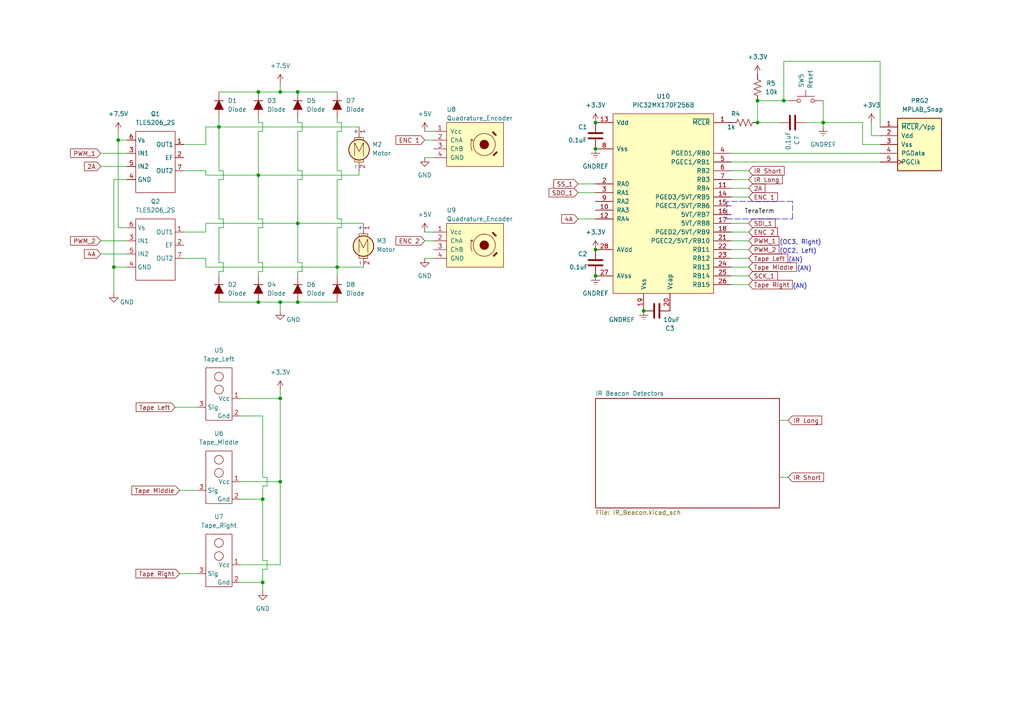
<source format=kicad_sch>
(kicad_sch (version 20211123) (generator eeschema)
  (paper "A4")
  (lib_symbols
    (symbol "218 spdl:Diode" (pin_numbers hide) (pin_names (offset 1.016) hide)
      (property "Reference" "D" (at 0 2.54 0))
      (property "Value" "Diode" (at 0 -2.54 0))
      (symbol "Diode_0_1"
        (polyline (pts (xy -1.27 1.27) (xy -1.27 -1.27)) (stroke (width 0.2032)))
        (polyline (pts (xy 1.27 0) (xy -1.27 0)))
        (polyline (pts (xy 1.27 1.27) (xy 1.27 -1.27) (xy -1.27 0) (xy 1.27 1.27)) (stroke (width 0.2032)) (fill (type outline)))
      )
      (symbol "Diode_1_1"
        (pin passive line (at -3.81 0 0) (length 2.54) (name "K") (number "1"))
        (pin passive line (at 3.81 0 180) (length 2.54) (name "A") (number "2"))
      )
    )
    (symbol "218 spdl:Motor" (pin_names (offset 0))
      (property "Reference" "M" (at 2.54 2.54 0))
      (property "Value" "Motor" (at 2.54 -5.08 0))
      (symbol "Motor_0_0"
        (circle (center 0 -1.524) (radius 2.9718) (stroke (width 0.254)) (fill (type background)))
        (polyline (pts (xy -1.27 -4.318) (xy -1.27 -5.08) (xy 1.27 -5.08) (xy 1.27 -4.318)) (fill (type background)))
        (polyline (pts (xy -1.27 1.27) (xy -1.27 2.032) (xy 1.27 2.032) (xy 1.27 1.27)) (fill (type background)))
        (polyline (pts (xy -1.27 -3.302) (xy -1.27 0.508) (xy 0 -2.032) (xy 1.27 0.508) (xy 1.27 -3.302)))
      )
      (symbol "Motor_0_1"
        (polyline (pts (xy 0 2.032) (xy 0 2.54)))
      )
      (symbol "Motor_1_1"
        (pin passive line (at 0 5.08 270) (length 2.54) (name "+") (number "1"))
        (pin passive line (at 0 -7.62 90) (length 2.54) (name "-") (number "2"))
      )
    )
    (symbol "218 spdl:Quadrature_Encoder" (pin_names (offset 1.016))
      (property "Reference" "U" (at 0 20.32 0))
      (property "Value" "Quadrature_Encoder" (at 2.54 17.78 0))
      (symbol "Quadrature_Encoder_0_1"
        (rectangle (start -3.81 6.35) (end 12.7 -6.35) (fill (type background)))
        (polyline (pts (xy 3.556 1.524) (xy 3.048 1.27)))
        (polyline (pts (xy 3.556 1.524) (xy 3.81 1.016)))
        (polyline (pts (xy 9.398 3.556) (xy 10.414 2.54) (xy 10.668 2.794) (xy 9.652 3.81) (xy 9.398 3.556)) (fill (type outline)))
        (polyline (pts (xy 9.652 -3.048) (xy 10.668 -2.032) (xy 10.922 -2.286) (xy 9.906 -3.302) (xy 9.652 -3.048)) (fill (type outline)))
        (arc (start 3.556 1.524) (mid 3.2334 -0.127) (end 3.556 -1.778))
        (circle (center 7.112 0) (radius 1.27) (fill (type outline)))
        (circle (center 7.112 0) (radius 3.2004))
        (rectangle (start 12.7 0) (end 12.7 0))
      )
      (symbol "Quadrature_Encoder_1_1"
        (pin power_in line (at -7.62 3.81 0) (length 3.81) (name "Vcc") (number "1"))
        (pin output line (at -7.62 1.27 0) (length 3.81) (name "ChA") (number "2"))
        (pin output line (at -7.62 -1.27 0) (length 3.81) (name "ChB") (number "3"))
        (pin power_in line (at -7.62 -3.81 0) (length 3.81) (name "GND") (number "4"))
      )
    )
    (symbol "Custom_Library:Reflectance_Sensor"
      (property "Reference" "U" (at 0 0 0))
      (property "Value" "Reflectance_Sensor" (at 0 2.54 0))
      (symbol "Reflectance_Sensor_0_1"
        (rectangle (start -3.81 -2.54) (end 3.81 -17.78))
        (circle (center 0 -8.89) (radius 1.27))
        (circle (center 0 -5.08) (radius 1.27))
      )
      (symbol "Reflectance_Sensor_1_1"
        (pin input line (at 6.35 -11.43 180) (length 2.54) (name "Vcc") (number "1"))
        (pin input line (at 6.35 -16.51 180) (length 2.54) (name "Gnd") (number "2"))
        (pin output line (at -6.35 -13.97 0) (length 2.54) (name "Sig") (number "3"))
      )
    )
    (symbol "ME218_BaseLib:Cap" (pin_numbers hide) (pin_names (offset 0.254))
      (property "Reference" "C" (at 0.635 2.54 0))
      (property "Value" "Cap" (at 0.635 -2.54 0))
      (symbol "Cap_0_1"
        (polyline (pts (xy -2.032 -0.762) (xy 2.032 -0.762)) (stroke (width 0.508)))
        (polyline (pts (xy -2.032 0.762) (xy 2.032 0.762)) (stroke (width 0.508)))
      )
      (symbol "Cap_1_1"
        (pin passive line (at 0 3.81 270) (length 2.794) (name "~") (number "1"))
        (pin passive line (at 0 -3.81 90) (length 2.794) (name "~") (number "2"))
      )
    )
    (symbol "ME218_BaseLib:MPLAB_Snap" (pin_names (offset 1.016))
      (property "Reference" "PRG" (at 0 8.89 0))
      (property "Value" "MPLAB_Snap" (at 8.89 1.27 90))
      (symbol "MPLAB_Snap_0_1"
        (rectangle (start -6.35 7.62) (end 6.35 -7.62) (stroke (width 0.254)) (fill (type background)))
      )
      (symbol "MPLAB_Snap_1_1"
        (pin output line (at -11.43 5.08 0) (length 5.08) (name "~{MCLR}/Vpp") (number "1"))
        (pin input line (at -11.43 2.54 0) (length 5.08) (name "Vdd") (number "2"))
        (pin input line (at -11.43 0 0) (length 5.08) (name "Vss") (number "3"))
        (pin bidirectional line (at -11.43 -2.54 0) (length 5.08) (name "PGData") (number "4"))
        (pin output clock (at -11.43 -5.08 0) (length 5.08) (name "PGClk") (number "5"))
        (pin no_connect line (at -2.54 -11.43 0) (length 5.08) hide (name "NC") (number "6"))
        (pin no_connect line (at -2.54 -13.97 0) (length 5.08) hide (name "NC") (number "7"))
        (pin no_connect line (at -2.54 -16.51 0) (length 5.08) hide (name "NC") (number "8"))
      )
    )
    (symbol "ME218_BaseLib:PIC32MX170F256B" (pin_names (offset 1.016))
      (property "Reference" "U" (at -20.32 25.4 0))
      (property "Value" "PIC32MX170F256B" (at -7.62 25.4 0))
      (symbol "PIC32MX170F256B_0_1"
        (rectangle (start -21.59 24.13) (end 7.62 -27.94) (fill (type background)))
      )
      (symbol "PIC32MX170F256B_1_1"
        (pin input line (at 12.7 21.59 180) (length 5.08) (name "~{MCLR}") (number "1"))
        (pin bidirectional line (at -26.67 -3.81 0) (length 5.08) (name "RA3") (number "10"))
        (pin bidirectional line (at 12.7 2.54 180) (length 5.08) (name "RB4") (number "11"))
        (pin bidirectional line (at -26.67 -6.35 0) (length 5.08) (name "RA4") (number "12"))
        (pin power_in line (at -26.67 21.59 0) (length 5.08) (name "Vdd") (number "13"))
        (pin bidirectional line (at 12.7 0 180) (length 5.08) (name "PGED3/5VT/RB5") (number "14"))
        (pin bidirectional line (at 12.7 -2.54 180) (length 5.08) (name "PGEC3/5VT/RB6") (number "15"))
        (pin bidirectional line (at 12.7 -5.08 180) (length 5.08) (name "5VT/RB7") (number "16"))
        (pin bidirectional line (at 12.7 -7.62 180) (length 5.08) (name "5VT/RB8") (number "17"))
        (pin bidirectional line (at 12.7 -10.16 180) (length 5.08) (name "PGED2/5VT/RB9") (number "18"))
        (pin power_in line (at -12.7 -33.02 90) (length 5.08) (name "Vss") (number "19"))
        (pin bidirectional line (at -26.67 3.81 0) (length 5.08) (name "RA0") (number "2"))
        (pin input line (at -5.08 -33.02 90) (length 5.08) (name "Vcap") (number "20"))
        (pin bidirectional line (at 12.7 -12.7 180) (length 5.08) (name "PGEC2/5VT/RB10") (number "21"))
        (pin bidirectional line (at 12.7 -15.24 180) (length 5.08) (name "RB11") (number "22"))
        (pin bidirectional line (at 12.7 -17.78 180) (length 5.08) (name "RB12") (number "23"))
        (pin bidirectional line (at 12.7 -20.32 180) (length 5.08) (name "RB13") (number "24"))
        (pin bidirectional line (at 12.7 -22.86 180) (length 5.08) (name "RB14") (number "25"))
        (pin bidirectional line (at 12.7 -25.4 180) (length 5.08) (name "RB15") (number "26"))
        (pin power_in line (at -26.67 -22.86 0) (length 5.08) (name "AVss") (number "27"))
        (pin power_in line (at -26.67 -15.24 0) (length 5.08) (name "AVdd") (number "28"))
        (pin bidirectional line (at -26.67 1.27 0) (length 5.08) (name "RA1") (number "3"))
        (pin bidirectional line (at 12.7 12.7 180) (length 5.08) (name "PGED1/RB0") (number "4"))
        (pin bidirectional line (at 12.7 10.16 180) (length 5.08) (name "PGEC1/RB1") (number "5"))
        (pin bidirectional line (at 12.7 7.62 180) (length 5.08) (name "RB2") (number "6"))
        (pin bidirectional line (at 12.7 5.08 180) (length 5.08) (name "RB3") (number "7"))
        (pin power_in line (at -26.67 13.97 0) (length 5.08) (name "Vss") (number "8"))
        (pin bidirectional line (at -26.67 -1.27 0) (length 5.08) (name "RA2") (number "9"))
      )
    )
    (symbol "ME218_BaseLib:Res1" (pin_numbers hide) (pin_names (offset 0))
      (property "Reference" "R" (at 2.54 0 90))
      (property "Value" "Res1" (at -2.54 0 90))
      (symbol "Res1_0_1"
        (polyline (pts (xy 0 -2.286) (xy 0 -2.54)))
        (polyline (pts (xy 0 2.286) (xy 0 2.54)))
        (polyline (pts (xy 0 -0.762) (xy 1.016 -1.143) (xy 0 -1.524) (xy -1.016 -1.905) (xy 0 -2.286)))
        (polyline (pts (xy 0 0.762) (xy 1.016 0.381) (xy 0 0) (xy -1.016 -0.381) (xy 0 -0.762)))
        (polyline (pts (xy 0 2.286) (xy 1.016 1.905) (xy 0 1.524) (xy -1.016 1.143) (xy 0 0.762)))
      )
      (symbol "Res1_1_1"
        (pin passive line (at 0 3.81 270) (length 1.27) (name "~") (number "1"))
        (pin passive line (at 0 -3.81 90) (length 1.27) (name "~") (number "2"))
      )
    )
    (symbol "ME218_BaseLib:SW-PB" (pin_numbers hide) (pin_names (offset 1.016) hide)
      (property "Reference" "SW" (at 1.27 2.54 0))
      (property "Value" "SW-PB" (at 0 -1.524 0))
      (symbol "SW-PB_0_1"
        (circle (center -2.032 0) (radius 0.508))
        (polyline (pts (xy 0 1.27) (xy 0 3.048)))
        (polyline (pts (xy 2.54 1.27) (xy -2.54 1.27)))
        (circle (center 2.032 0) (radius 0.508))
        (pin passive line (at -5.08 0 0) (length 2.54) (name "1") (number "1"))
        (pin passive line (at 5.08 0 180) (length 2.54) (name "2") (number "2"))
      )
    )
    (symbol "TLE5206_2S_1"
      (property "Reference" "Q" (at 0 0 0))
      (property "Value" "TLE5206_2S_1" (at 0 2.54 0))
      (symbol "TLE5206_2S_1_0_1"
        (rectangle (start -5.08 -1.27) (end 6.35 -19.05))
      )
      (symbol "TLE5206_2S_1_1_1"
        (pin input line (at 8.89 -5.08 180) (length 2.54) (name "OUT1") (number "1"))
        (pin input line (at 8.89 -8.89 180) (length 2.54) (name "EF") (number "2"))
        (pin input line (at -7.62 -7.62 0) (length 2.54) (name "IN1") (number "3"))
        (pin input line (at -7.62 -15.24 0) (length 2.54) (name "GND") (number "4"))
        (pin input line (at -7.62 -11.43 0) (length 2.54) (name "IN2") (number "5"))
        (pin input line (at -7.62 -3.81 0) (length 2.54) (name "Vs") (number "6"))
        (pin input line (at 8.89 -12.7 180) (length 2.54) (name "OUT2") (number "7"))
      )
    )
    (symbol "TLE5206_2S_2"
      (property "Reference" "Q" (at 0 0 0))
      (property "Value" "TLE5206_2S_2" (at 0 2.54 0))
      (symbol "TLE5206_2S_2_0_1"
        (rectangle (start -5.08 -1.27) (end 6.35 -19.05))
      )
      (symbol "TLE5206_2S_2_1_1"
        (pin input line (at 8.89 -5.08 180) (length 2.54) (name "OUT1") (number "1"))
        (pin input line (at 8.89 -8.89 180) (length 2.54) (name "EF") (number "2"))
        (pin input line (at -7.62 -7.62 0) (length 2.54) (name "IN1") (number "3"))
        (pin input line (at -7.62 -15.24 0) (length 2.54) (name "GND") (number "4"))
        (pin input line (at -7.62 -11.43 0) (length 2.54) (name "IN2") (number "5"))
        (pin input line (at -7.62 -3.81 0) (length 2.54) (name "Vs") (number "6"))
        (pin input line (at 8.89 -12.7 180) (length 2.54) (name "OUT2") (number "7"))
      )
    )
    (symbol "power:+3.3V" (power) (pin_names (offset 0))
      (property "Value" "+3.3V" (at 0 3.556 0))
      (symbol "+3.3V_0_1"
        (polyline (pts (xy -0.762 1.27) (xy 0 2.54)))
        (polyline (pts (xy 0 0) (xy 0 2.54)))
        (polyline (pts (xy 0 2.54) (xy 0.762 1.27)))
      )
      (symbol "+3.3V_1_1"
        (pin power_in line (at 0 0 90) (length 0) hide (name "+3.3V") (number "1"))
      )
    )
    (symbol "power:+3V3" (power) (pin_names (offset 0))
      (property "Value" "+3V3" (at 0 3.556 0))
      (symbol "+3V3_0_1"
        (polyline (pts (xy -0.762 1.27) (xy 0 2.54)))
        (polyline (pts (xy 0 0) (xy 0 2.54)))
        (polyline (pts (xy 0 2.54) (xy 0.762 1.27)))
      )
      (symbol "+3V3_1_1"
        (pin power_in line (at 0 0 90) (length 0) hide (name "+3V3") (number "1"))
      )
    )
    (symbol "power:+5V" (power) (pin_names (offset 0))
      (property "Value" "+5V" (at 0 3.556 0))
      (symbol "+5V_0_1"
        (polyline (pts (xy -0.762 1.27) (xy 0 2.54)))
        (polyline (pts (xy 0 0) (xy 0 2.54)))
        (polyline (pts (xy 0 2.54) (xy 0.762 1.27)))
      )
      (symbol "+5V_1_1"
        (pin power_in line (at 0 0 90) (length 0) hide (name "+5V") (number "1"))
      )
    )
    (symbol "power:+7.5V" (power) (pin_names (offset 0))
      (property "Value" "+7.5V" (at 0 3.556 0))
      (symbol "+7.5V_0_1"
        (polyline (pts (xy -0.762 1.27) (xy 0 2.54)))
        (polyline (pts (xy 0 0) (xy 0 2.54)))
        (polyline (pts (xy 0 2.54) (xy 0.762 1.27)))
      )
      (symbol "+7.5V_1_1"
        (pin power_in line (at 0 0 90) (length 0) hide (name "+7.5V") (number "1"))
      )
    )
    (symbol "power:GND" (power) (pin_names (offset 0))
      (property "Value" "GND" (at 0 -3.81 0))
      (symbol "GND_0_1"
        (polyline (pts (xy 0 0) (xy 0 -1.27) (xy 1.27 -1.27) (xy 0 -2.54) (xy -1.27 -1.27) (xy 0 -1.27)))
      )
      (symbol "GND_1_1"
        (pin power_in line (at 0 0 270) (length 0) hide (name "GND") (number "1"))
      )
    )
    (symbol "power:GNDREF" (power) (pin_names (offset 0))
      (property "Value" "GNDREF" (at 0 -3.81 0))
      (symbol "GNDREF_0_1"
        (polyline (pts (xy -0.635 -1.905) (xy 0.635 -1.905)))
        (polyline (pts (xy -0.127 -2.54) (xy 0.127 -2.54)))
        (polyline (pts (xy 0 -1.27) (xy 0 0)))
        (polyline (pts (xy 1.27 -1.27) (xy -1.27 -1.27)))
      )
      (symbol "GNDREF_1_1"
        (pin power_in line (at 0 0 270) (length 0) hide (name "GNDREF") (number "1"))
      )
    )
  )
  (junction (at 76.2 168.91))
  (junction (at 33.02 77.47))
  (junction (at 81.28 26.67))
  (junction (at 34.29 40.64))
  (junction (at 227.33 29.21))
  (junction (at 172.72 35.56))
  (junction (at 172.72 72.39))
  (junction (at 74.93 26.67))
  (junction (at 81.28 87.63))
  (junction (at 86.36 64.77))
  (junction (at 238.76 35.56))
  (junction (at 63.5 36.83))
  (junction (at 74.93 87.63))
  (junction (at 172.72 80.01))
  (junction (at 86.36 26.67))
  (junction (at 76.2 144.78))
  (junction (at 86.36 87.63))
  (junction (at 74.93 50.8))
  (junction (at 81.28 139.7))
  (junction (at 172.72 43.18))
  (junction (at 219.71 29.21))
  (junction (at 81.28 115.57))
  (junction (at 219.71 35.56))
  (junction (at 186.69 90.17))
  (junction (at 97.79 77.47))
  (wire (pts (xy 52.07 166.37) (xy 57.15 166.37)))
  (wire (pts (xy 99.06 35.56) (xy 99.06 38.1)))
  (wire (pts (xy 76.2 78.74) (xy 76.2 76.2)))
  (wire (pts (xy 227.33 17.78) (xy 255.27 17.78)))
  (polyline (pts (xy 210.82 58.42) (xy 210.82 63.5)))
  (wire (pts (xy 87.63 52.07) (xy 86.36 52.07)))
  (wire (pts (xy 63.5 66.04) (xy 64.77 66.04)))
  (wire (pts (xy 69.85 163.83) (xy 81.28 163.83)))
  (wire (pts (xy 81.28 87.63) (xy 81.28 90.17)))
  (wire (pts (xy 86.36 64.77) (xy 86.36 76.2)))
  (wire (pts (xy 86.36 26.67) (xy 97.79 26.67)))
  (wire (pts (xy 167.64 53.34) (xy 172.72 53.34)))
  (wire (pts (xy 219.71 29.21) (xy 219.71 35.56)))
  (wire (pts (xy 63.5 26.67) (xy 74.93 26.67)))
  (wire (pts (xy 233.68 35.56) (xy 238.76 35.56)))
  (wire (pts (xy 63.5 78.74) (xy 64.77 78.74)))
  (wire (pts (xy 74.93 87.63) (xy 81.28 87.63)))
  (wire (pts (xy 81.28 26.67) (xy 86.36 26.67)))
  (wire (pts (xy 252.73 35.56) (xy 252.73 39.37)))
  (wire (pts (xy 53.34 67.31) (xy 59.69 67.31)))
  (wire (pts (xy 74.93 66.04) (xy 76.2 66.04)))
  (wire (pts (xy 97.79 52.07) (xy 97.79 63.5)))
  (wire (pts (xy 64.77 78.74) (xy 64.77 76.2)))
  (wire (pts (xy 123.19 69.85) (xy 125.73 69.85)))
  (wire (pts (xy 212.09 77.47) (xy 217.17 77.47)))
  (wire (pts (xy 87.63 38.1) (xy 86.36 38.1)))
  (wire (pts (xy 97.79 63.5) (xy 99.06 63.5)))
  (wire (pts (xy 76.2 35.56) (xy 76.2 38.1)))
  (wire (pts (xy 59.69 64.77) (xy 86.36 64.77)))
  (wire (pts (xy 97.79 49.53) (xy 99.06 49.53)))
  (wire (pts (xy 167.64 55.88) (xy 172.72 55.88)))
  (wire (pts (xy 52.07 142.24) (xy 57.15 142.24)))
  (wire (pts (xy 212.09 69.85) (xy 217.17 69.85)))
  (wire (pts (xy 86.36 38.1) (xy 86.36 49.53)))
  (wire (pts (xy 226.06 121.92) (xy 228.6 121.92)))
  (wire (pts (xy 87.63 35.56) (xy 87.63 38.1)))
  (wire (pts (xy 86.36 80.01) (xy 86.36 78.74)))
  (wire (pts (xy 238.76 35.56) (xy 250.19 35.56)))
  (wire (pts (xy 86.36 49.53) (xy 87.63 49.53)))
  (wire (pts (xy 227.33 17.78) (xy 227.33 29.21)))
  (wire (pts (xy 99.06 38.1) (xy 97.79 38.1)))
  (wire (pts (xy 123.19 38.1) (xy 125.73 38.1)))
  (wire (pts (xy 69.85 120.65) (xy 76.2 120.65)))
  (wire (pts (xy 212.09 72.39) (xy 217.17 72.39)))
  (wire (pts (xy 104.14 49.53) (xy 104.14 50.8)))
  (wire (pts (xy 29.21 73.66) (xy 36.83 73.66)))
  (wire (pts (xy 97.79 35.56) (xy 99.06 35.56)))
  (wire (pts (xy 36.83 40.64) (xy 34.29 40.64)))
  (wire (pts (xy 81.28 139.7) (xy 81.28 115.57)))
  (wire (pts (xy 76.2 168.91) (xy 69.85 168.91)))
  (wire (pts (xy 76.2 144.78) (xy 76.2 162.56)))
  (wire (pts (xy 123.19 74.93) (xy 125.73 74.93)))
  (wire (pts (xy 228.6 29.21) (xy 227.33 29.21)))
  (wire (pts (xy 63.5 34.29) (xy 63.5 36.83)))
  (wire (pts (xy 76.2 38.1) (xy 74.93 38.1)))
  (wire (pts (xy 86.36 78.74) (xy 87.63 78.74)))
  (wire (pts (xy 212.09 44.45) (xy 255.27 44.45)))
  (wire (pts (xy 77.47 140.97) (xy 76.2 140.97)))
  (wire (pts (xy 76.2 120.65) (xy 76.2 138.43)))
  (wire (pts (xy 226.06 138.43) (xy 228.6 138.43)))
  (wire (pts (xy 76.2 140.97) (xy 76.2 144.78)))
  (wire (pts (xy 212.09 67.31) (xy 217.17 67.31)))
  (wire (pts (xy 63.5 80.01) (xy 63.5 78.74)))
  (wire (pts (xy 99.06 49.53) (xy 99.06 52.07)))
  (wire (pts (xy 87.63 49.53) (xy 87.63 52.07)))
  (wire (pts (xy 86.36 64.77) (xy 105.41 64.77)))
  (wire (pts (xy 97.79 77.47) (xy 105.41 77.47)))
  (wire (pts (xy 87.63 78.74) (xy 87.63 76.2)))
  (wire (pts (xy 69.85 139.7) (xy 81.28 139.7)))
  (wire (pts (xy 59.69 67.31) (xy 59.69 64.77)))
  (wire (pts (xy 74.93 35.56) (xy 76.2 35.56)))
  (wire (pts (xy 227.33 29.21) (xy 219.71 29.21)))
  (wire (pts (xy 36.83 77.47) (xy 33.02 77.47)))
  (wire (pts (xy 74.93 80.01) (xy 74.93 78.74)))
  (wire (pts (xy 50.8 118.11) (xy 57.15 118.11)))
  (polyline (pts (xy 229.87 58.42) (xy 210.82 58.42)))
  (wire (pts (xy 63.5 87.63) (xy 74.93 87.63)))
  (wire (pts (xy 63.5 52.07) (xy 63.5 63.5)))
  (wire (pts (xy 29.21 48.26) (xy 36.83 48.26)))
  (wire (pts (xy 97.79 66.04) (xy 97.79 77.47)))
  (wire (pts (xy 64.77 66.04) (xy 64.77 63.5)))
  (wire (pts (xy 99.06 66.04) (xy 97.79 66.04)))
  (wire (pts (xy 36.83 52.07) (xy 33.02 52.07)))
  (wire (pts (xy 212.09 54.61) (xy 217.17 54.61)))
  (wire (pts (xy 238.76 35.56) (xy 238.76 36.83)))
  (wire (pts (xy 74.93 50.8) (xy 74.93 63.5)))
  (wire (pts (xy 99.06 52.07) (xy 97.79 52.07)))
  (wire (pts (xy 212.09 80.01) (xy 217.17 80.01)))
  (wire (pts (xy 74.93 78.74) (xy 76.2 78.74)))
  (wire (pts (xy 99.06 63.5) (xy 99.06 66.04)))
  (wire (pts (xy 59.69 74.93) (xy 59.69 77.47)))
  (wire (pts (xy 63.5 36.83) (xy 104.14 36.83)))
  (wire (pts (xy 29.21 69.85) (xy 36.83 69.85)))
  (wire (pts (xy 87.63 76.2) (xy 86.36 76.2)))
  (wire (pts (xy 212.09 46.99) (xy 255.27 46.99)))
  (wire (pts (xy 76.2 63.5) (xy 74.93 63.5)))
  (wire (pts (xy 34.29 66.04) (xy 34.29 40.64)))
  (wire (pts (xy 74.93 38.1) (xy 74.93 50.8)))
  (wire (pts (xy 212.09 64.77) (xy 217.17 64.77)))
  (wire (pts (xy 69.85 144.78) (xy 76.2 144.78)))
  (wire (pts (xy 76.2 162.56) (xy 77.47 162.56)))
  (wire (pts (xy 255.27 41.91) (xy 250.19 41.91)))
  (wire (pts (xy 76.2 76.2) (xy 74.93 76.2)))
  (wire (pts (xy 69.85 115.57) (xy 81.28 115.57)))
  (wire (pts (xy 74.93 76.2) (xy 74.93 66.04)))
  (wire (pts (xy 81.28 163.83) (xy 81.28 139.7)))
  (wire (pts (xy 255.27 39.37) (xy 252.73 39.37)))
  (wire (pts (xy 238.76 29.21) (xy 238.76 35.56)))
  (wire (pts (xy 33.02 77.47) (xy 33.02 85.09)))
  (wire (pts (xy 63.5 76.2) (xy 63.5 66.04)))
  (wire (pts (xy 97.79 38.1) (xy 97.79 49.53)))
  (wire (pts (xy 59.69 77.47) (xy 97.79 77.47)))
  (wire (pts (xy 219.71 35.56) (xy 226.06 35.56)))
  (wire (pts (xy 86.36 87.63) (xy 97.79 87.63)))
  (wire (pts (xy 64.77 52.07) (xy 63.5 52.07)))
  (wire (pts (xy 212.09 52.07) (xy 217.17 52.07)))
  (wire (pts (xy 53.34 41.91) (xy 59.69 41.91)))
  (wire (pts (xy 64.77 49.53) (xy 64.77 52.07)))
  (wire (pts (xy 53.34 74.93) (xy 59.69 74.93)))
  (wire (pts (xy 167.64 63.5) (xy 172.72 63.5)))
  (wire (pts (xy 36.83 66.04) (xy 34.29 66.04)))
  (wire (pts (xy 97.79 77.47) (xy 97.79 80.01)))
  (wire (pts (xy 33.02 52.07) (xy 33.02 77.47)))
  (wire (pts (xy 76.2 138.43) (xy 77.47 138.43)))
  (wire (pts (xy 123.19 40.64) (xy 125.73 40.64)))
  (wire (pts (xy 212.09 57.15) (xy 217.17 57.15)))
  (wire (pts (xy 29.21 44.45) (xy 36.83 44.45)))
  (wire (pts (xy 76.2 165.1) (xy 76.2 168.91)))
  (wire (pts (xy 59.69 50.8) (xy 74.93 50.8)))
  (wire (pts (xy 64.77 63.5) (xy 63.5 63.5)))
  (wire (pts (xy 86.36 35.56) (xy 87.63 35.56)))
  (wire (pts (xy 53.34 49.53) (xy 59.69 49.53)))
  (wire (pts (xy 59.69 49.53) (xy 59.69 50.8)))
  (wire (pts (xy 59.69 36.83) (xy 63.5 36.83)))
  (wire (pts (xy 86.36 34.29) (xy 86.36 35.56)))
  (polyline (pts (xy 229.87 63.5) (xy 229.87 58.42)))
  (wire (pts (xy 81.28 87.63) (xy 86.36 87.63)))
  (wire (pts (xy 123.19 67.31) (xy 125.73 67.31)))
  (wire (pts (xy 81.28 24.13) (xy 81.28 26.67)))
  (wire (pts (xy 63.5 49.53) (xy 64.77 49.53)))
  (wire (pts (xy 59.69 41.91) (xy 59.69 36.83)))
  (wire (pts (xy 77.47 162.56) (xy 77.47 165.1)))
  (polyline (pts (xy 210.82 63.5) (xy 229.87 63.5)))
  (wire (pts (xy 123.19 45.72) (xy 125.73 45.72)))
  (wire (pts (xy 77.47 138.43) (xy 77.47 140.97)))
  (wire (pts (xy 97.79 34.29) (xy 97.79 35.56)))
  (wire (pts (xy 74.93 34.29) (xy 74.93 35.56)))
  (wire (pts (xy 34.29 40.64) (xy 34.29 38.1)))
  (wire (pts (xy 255.27 36.83) (xy 255.27 17.78)))
  (wire (pts (xy 77.47 165.1) (xy 76.2 165.1)))
  (wire (pts (xy 212.09 82.55) (xy 217.17 82.55)))
  (wire (pts (xy 76.2 66.04) (xy 76.2 63.5)))
  (wire (pts (xy 64.77 76.2) (xy 63.5 76.2)))
  (wire (pts (xy 212.09 74.93) (xy 217.17 74.93)))
  (wire (pts (xy 76.2 171.45) (xy 76.2 168.91)))
  (wire (pts (xy 212.09 49.53) (xy 217.17 49.53)))
  (wire (pts (xy 81.28 115.57) (xy 81.28 113.03)))
  (wire (pts (xy 86.36 52.07) (xy 86.36 64.77)))
  (wire (pts (xy 74.93 26.67) (xy 81.28 26.67)))
  (wire (pts (xy 63.5 36.83) (xy 63.5 49.53)))
  (wire (pts (xy 74.93 50.8) (xy 104.14 50.8)))
  (wire (pts (xy 250.19 35.56) (xy 250.19 41.91)))
  (text "(AN)" (at 231.14 78.74 0) (effects (font (size 1.27 1.27)) (justify left bottom)))
  (text "(OC3, Right)" (at 226.06 71.12 0) (effects (font (size 1.27 1.27)) (justify left bottom)))
  (text "(OC2, Left)" (at 226.06 73.66 0) (effects (font (size 1.27 1.27)) (justify left bottom)))
  (text "(AN)" (at 229.87 83.82 0) (effects (font (size 1.27 1.27)) (justify left bottom)))
  (text "(AN)" (at 228.6 76.2 0) (effects (font (size 1.27 1.27)) (justify left bottom)))
  (label "TeraTerm" (at 215.9 62.23 0))
  (global_label "PWM_2" (shape input) (at 29.21 69.85 180) (property "Intersheet References" "${INTERSHEET_REFS}" (effects hide)))
  (global_label "ENC 2" (shape input) (at 217.17 67.31 0) (property "Intersheet References" "${INTERSHEET_REFS}" (effects hide)))
  (global_label "ENC 1" (shape input) (at 217.17 57.15 0) (property "Intersheet References" "${INTERSHEET_REFS}" (effects hide)))
  (global_label "Tape Left" (shape input) (at 50.8 118.11 180) (property "Intersheet References" "${INTERSHEET_REFS}" (effects hide)))
  (global_label "PWM_1" (shape input) (at 29.21 44.45 180) (property "Intersheet References" "${INTERSHEET_REFS}" (effects hide)))
  (global_label "PWM_2" (shape input) (at 217.17 72.39 0) (property "Intersheet References" "${INTERSHEET_REFS}" (effects hide)))
  (global_label "2A" (shape input) (at 29.21 48.26 180) (property "Intersheet References" "${INTERSHEET_REFS}" (effects hide)))
  (global_label "IR Short" (shape input) (at 228.6 138.43 0) (property "Intersheet References" "${INTERSHEET_REFS}" (effects hide)))
  (global_label "Tape Left" (shape input) (at 217.17 74.93 0) (property "Intersheet References" "${INTERSHEET_REFS}" (effects hide)))
  (global_label "Tape Middle" (shape input) (at 217.17 77.47 0) (property "Intersheet References" "${INTERSHEET_REFS}" (effects hide)))
  (global_label "ENC 1" (shape input) (at 123.19 40.64 180) (property "Intersheet References" "${INTERSHEET_REFS}" (effects hide)))
  (global_label "SDO_1" (shape input) (at 167.64 55.88 180) (property "Intersheet References" "${INTERSHEET_REFS}" (effects hide)))
  (global_label "IR Long" (shape input) (at 228.6 121.92 0) (property "Intersheet References" "${INTERSHEET_REFS}" (effects hide)))
  (global_label "IR Short" (shape input) (at 217.17 49.53 0) (property "Intersheet References" "${INTERSHEET_REFS}" (effects hide)))
  (global_label "SCK_1" (shape input) (at 217.17 80.01 0) (property "Intersheet References" "${INTERSHEET_REFS}" (effects hide)))
  (global_label "4A" (shape input) (at 29.21 73.66 180) (property "Intersheet References" "${INTERSHEET_REFS}" (effects hide)))
  (global_label "Tape Right" (shape input) (at 217.17 82.55 0) (property "Intersheet References" "${INTERSHEET_REFS}" (effects hide)))
  (global_label "SS_1" (shape input) (at 167.64 53.34 180) (property "Intersheet References" "${INTERSHEET_REFS}" (effects hide)))
  (global_label "IR Long" (shape input) (at 217.17 52.07 0) (property "Intersheet References" "${INTERSHEET_REFS}" (effects hide)))
  (global_label "SDI_1" (shape input) (at 217.17 64.77 0) (property "Intersheet References" "${INTERSHEET_REFS}" (effects hide)))
  (global_label "ENC 2" (shape input) (at 123.19 69.85 180) (property "Intersheet References" "${INTERSHEET_REFS}" (effects hide)))
  (global_label "4A" (shape input) (at 167.64 63.5 180) (property "Intersheet References" "${INTERSHEET_REFS}" (effects hide)))
  (global_label "Tape Right" (shape input) (at 52.07 166.37 180) (property "Intersheet References" "${INTERSHEET_REFS}" (effects hide)))
  (global_label "PWM_1" (shape input) (at 217.17 69.85 0) (property "Intersheet References" "${INTERSHEET_REFS}" (effects hide)))
  (global_label "Tape Middle" (shape input) (at 52.07 142.24 180) (property "Intersheet References" "${INTERSHEET_REFS}" (effects hide)))
  (global_label "2A" (shape input) (at 217.17 54.61 0) (property "Intersheet References" "${INTERSHEET_REFS}" (effects hide)))
  (symbol (lib_id "Custom_Library:Reflectance_Sensor") (at 63.5 128.27 0) (unit 1)
    (property "Reference" "U6" (at 63.5 125.73 0))
    (property "Value" "Tape_Middle" (at 63.5 128.27 0))
  )
  (symbol (lib_id "power:GND") (at 123.19 45.72 0) (unit 1)
    (property "Reference" "#PWR028" (effects hide))
    (property "Value" "GND" (at 123.19 50.8 0))
  )
  (symbol (lib_id "power:+3.3V") (at 172.72 35.56 0) (unit 1)
    (property "Reference" "#PWR031" (effects hide))
    (property "Value" "+3.3V" (at 172.72 30.48 0))
  )
  (symbol (lib_id "ME218_BaseLib:Res1") (at 215.9 35.56 90) (unit 1)
    (property "Reference" "R4" (at 213.36 33.02 90))
    (property "Value" "1k" (at 212.09 36.83 90))
  )
  (symbol (lib_id "power:+5V") (at 123.19 38.1 0) (unit 1)
    (property "Reference" "#PWR027" (effects hide))
    (property "Value" "+5V" (at 123.19 33.02 0))
  )
  (symbol (lib_id "ME218_BaseLib:SW-PB") (at 233.68 29.21 0) (unit 1)
    (property "Reference" "SW5" (at 232.4099 25.4 90) (effects (justify left)))
    (property "Value" " Reset" (at 234.95 26.67 90) (effects (justify left)))
  )
  (symbol (lib_id "218 spdl:Diode") (at 97.79 30.48 270) (unit 1)
    (property "Reference" "D7" (at 100.33 29.2099 90) (effects (justify left)))
    (property "Value" "Diode" (at 100.33 31.7499 90) (effects (justify left)))
  )
  (symbol (lib_id "power:GND") (at 76.2 171.45 0) (unit 1)
    (property "Reference" "#PWR023" (effects hide))
    (property "Value" "GND" (at 76.2 176.53 0))
  )
  (symbol (lib_id "ME218_BaseLib:Cap") (at 172.72 39.37 180) (unit 1)
    (property "Reference" "C1" (at 167.64 36.83 0) (effects (justify right)))
    (property "Value" " 0.1uF" (at 163.83 40.64 0) (effects (justify right)))
  )
  (symbol (lib_id "power:GNDREF") (at 238.76 36.83 0) (unit 1)
    (property "Reference" "#PWR037" (effects hide))
    (property "Value" "GNDREF" (at 238.76 41.91 0))
  )
  (symbol (lib_id "power:+3.3V") (at 81.28 113.03 0) (unit 1)
    (property "Reference" "#PWR026" (effects hide))
    (property "Value" "+3.3V" (at 81.28 107.95 0))
  )
  (symbol (lib_id "218 spdl:Motor") (at 104.14 41.91 0) (unit 1)
    (property "Reference" "M2" (at 107.95 41.9099 0) (effects (justify left)))
    (property "Value" "Motor" (at 107.95 44.4499 0) (effects (justify left)))
  )
  (symbol (lib_id "power:GNDREF") (at 172.72 43.18 0) (unit 1)
    (property "Reference" "#PWR032" (effects hide))
    (property "Value" "GNDREF" (at 172.72 48.26 0))
  )
  (symbol (lib_id "ME218_BaseLib:Cap") (at 229.87 35.56 270) (unit 1)
    (property "Reference" "C7" (at 231.1401 39.37 0) (effects (justify left)))
    (property "Value" " 0.1uF" (at 228.6 38.1 0) (effects (justify left)))
  )
  (symbol (lib_id "218 spdl:Diode") (at 74.93 83.82 270) (unit 1)
    (property "Reference" "D4" (at 77.47 82.5499 90) (effects (justify left)))
    (property "Value" "Diode" (at 77.47 85.0899 90) (effects (justify left)))
  )
  (symbol (lib_id "218 spdl:Diode") (at 86.36 83.82 270) (unit 1)
    (property "Reference" "D6" (at 88.9 82.5499 90) (effects (justify left)))
    (property "Value" "Diode" (at 88.9 85.0899 90) (effects (justify left)))
  )
  (symbol (lib_name "TLE5206_2S_2") (lib_id "Custom_Library:TLE5206_2S") (at 44.45 62.23 0) (unit 1)
    (property "Reference" "Q2" (at 45.085 58.42 0))
    (property "Value" "TLE5206_2S" (at 45.085 60.96 0))
  )
  (symbol (lib_id "power:+7.5V") (at 34.29 38.1 0) (unit 1)
    (property "Reference" "#PWR022" (effects hide))
    (property "Value" "+7.5V" (at 34.29 33.02 0))
  )
  (symbol (lib_id "Custom_Library:Reflectance_Sensor") (at 63.5 104.14 0) (unit 1)
    (property "Reference" "U5" (at 63.5 101.6 0))
    (property "Value" "Tape_Left" (at 63.5 104.14 0))
  )
  (symbol (lib_id "power:GND") (at 123.19 74.93 0) (unit 1)
    (property "Reference" "#PWR030" (effects hide))
    (property "Value" "GND" (at 123.19 80.01 0))
  )
  (symbol (lib_id "power:+5V") (at 123.19 67.31 0) (unit 1)
    (property "Reference" "#PWR029" (effects hide))
    (property "Value" "+5V" (at 123.19 62.23 0))
  )
  (symbol (lib_name "TLE5206_2S_1") (lib_id "Custom_Library:TLE5206_2S") (at 44.45 36.83 0) (unit 1)
    (property "Reference" "Q1" (at 45.085 33.02 0))
    (property "Value" "TLE5206_2S" (at 45.085 35.56 0))
  )
  (symbol (lib_id "power:+3.3V") (at 172.72 72.39 0) (unit 1)
    (property "Reference" "#PWR033" (effects hide))
    (property "Value" "+3.3V" (at 172.72 67.31 0))
  )
  (symbol (lib_id "218 spdl:Diode") (at 74.93 30.48 270) (unit 1)
    (property "Reference" "D3" (at 77.47 29.2099 90) (effects (justify left)))
    (property "Value" "Diode" (at 77.47 31.7499 90) (effects (justify left)))
  )
  (symbol (lib_id "power:GNDREF") (at 186.69 90.17 0) (unit 1)
    (property "Reference" "#PWR035" (effects hide))
    (property "Value" "GNDREF" (at 180.34 92.71 0))
  )
  (symbol (lib_id "power:GND") (at 81.28 90.17 0) (unit 1)
    (property "Reference" "#PWR025" (effects hide))
    (property "Value" "GND" (at 85.09 92.71 0))
  )
  (symbol (lib_id "ME218_BaseLib:Cap") (at 172.72 76.2 0) (unit 1)
    (property "Reference" "C2" (at 167.64 73.66 0) (effects (justify left)))
    (property "Value" "0.1uF" (at 165.1 77.47 0) (effects (justify left)))
  )
  (symbol (lib_id "power:+3V3") (at 252.73 35.56 0) (unit 1)
    (property "Reference" "#PWR038" (effects hide))
    (property "Value" "+3V3" (at 252.73 30.48 0))
  )
  (symbol (lib_id "ME218_BaseLib:Cap") (at 190.5 90.17 90) (unit 1)
    (property "Reference" "C3" (at 194.31 95.25 90))
    (property "Value" " 10uF" (at 194.31 92.71 90))
  )
  (symbol (lib_id "218 spdl:Quadrature_Encoder") (at 133.35 41.91 0) (unit 1)
    (property "Reference" "U8" (at 129.54 31.75 0) (effects (justify left)))
    (property "Value" "Quadrature_Encoder" (at 129.54 34.29 0) (effects (justify left)))
  )
  (symbol (lib_id "218 spdl:Diode") (at 63.5 30.48 270) (unit 1)
    (property "Reference" "D1" (at 66.04 29.2099 90) (effects (justify left)))
    (property "Value" "Diode" (at 66.04 31.7499 90) (effects (justify left)))
  )
  (symbol (lib_id "power:+7.5V") (at 81.28 24.13 0) (unit 1)
    (property "Reference" "#PWR024" (effects hide))
    (property "Value" "+7.5V" (at 81.28 19.05 0))
  )
  (symbol (lib_id "ME218_BaseLib:Res1") (at 219.71 25.4 0) (unit 1)
    (property "Reference" "R5" (at 222.25 24.1299 0) (effects (justify left)))
    (property "Value" " 10k" (at 220.98 26.67 0) (effects (justify left)))
  )
  (symbol (lib_id "ME218_BaseLib:MPLAB_Snap") (at 266.7 41.91 0) (unit 1)
    (property "Reference" "PRG2" (at 264.16 29.21 0) (effects (justify left)))
    (property "Value" "MPLAB_Snap" (at 261.62 31.75 0) (effects (justify left)))
  )
  (symbol (lib_id "Custom_Library:Reflectance_Sensor") (at 63.5 152.4 0) (unit 1)
    (property "Reference" "U7" (at 63.5 149.86 0))
    (property "Value" "Tape_Right" (at 63.5 152.4 0))
  )
  (symbol (lib_id "power:GND") (at 33.02 85.09 0) (unit 1)
    (property "Reference" "#PWR020" (effects hide))
    (property "Value" "GND" (at 36.83 87.63 0))
  )
  (symbol (lib_id "218 spdl:Quadrature_Encoder") (at 133.35 71.12 0) (unit 1)
    (property "Reference" "U9" (at 129.54 60.96 0) (effects (justify left)))
    (property "Value" "Quadrature_Encoder" (at 129.54 63.5 0) (effects (justify left)))
  )
  (symbol (lib_id "218 spdl:Diode") (at 97.79 83.82 270) (unit 1)
    (property "Reference" "D8" (at 100.33 82.5499 90) (effects (justify left)))
    (property "Value" "Diode" (at 100.33 85.0899 90) (effects (justify left)))
  )
  (symbol (lib_id "power:GNDREF") (at 172.72 80.01 0) (unit 1)
    (property "Reference" "#PWR034" (effects hide))
    (property "Value" "GNDREF" (at 172.72 85.09 0))
  )
  (symbol (lib_id "ME218_BaseLib:PIC32MX170F256B") (at 199.39 57.15 0) (unit 1)
    (property "Reference" "U10" (at 192.405 27.94 0))
    (property "Value" "PIC32MX170F256B" (at 192.405 30.48 0))
  )
  (symbol (lib_id "power:+3.3V") (at 219.71 21.59 0) (unit 1)
    (property "Reference" "#PWR036" (effects hide))
    (property "Value" "+3.3V" (at 219.71 16.51 0))
  )
  (symbol (lib_id "218 spdl:Diode") (at 63.5 83.82 270) (unit 1)
    (property "Reference" "D2" (at 66.04 82.5499 90) (effects (justify left)))
    (property "Value" "Diode" (at 66.04 85.0899 90) (effects (justify left)))
  )
  (symbol (lib_id "218 spdl:Motor") (at 105.41 69.85 0) (unit 1)
    (property "Reference" "M3" (at 109.22 69.8499 0) (effects (justify left)))
    (property "Value" "Motor" (at 109.22 72.3899 0) (effects (justify left)))
  )
  (symbol (lib_id "218 spdl:Diode") (at 86.36 30.48 270) (unit 1)
    (property "Reference" "D5" (at 88.9 29.2099 90) (effects (justify left)))
    (property "Value" "Diode" (at 88.9 31.7499 90) (effects (justify left)))
  )
  (sheet (at 172.72 115.57) (size 53.34 31.75) (stroke (width 0.1524))
    (property "Sheet name" "IR Beacon Detectors" (at 172.72 114.8584 0) (effects (justify left bottom)))
    (property "Sheet file" "IR_Beacon.kicad_sch" (at 172.72 147.9046 0) (effects (justify left top)))
  )
)
</source>
